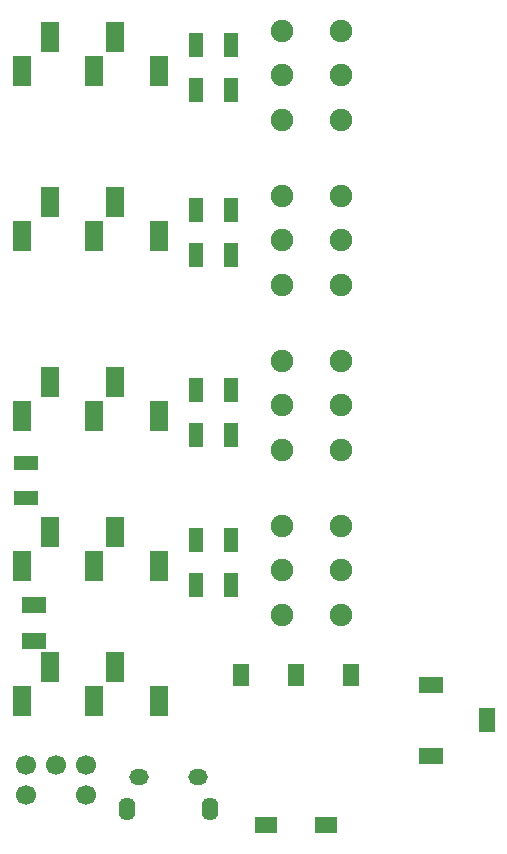
<source format=gbr>
G04 #@! TF.FileFunction,Soldermask,Top*
%FSLAX46Y46*%
G04 Gerber Fmt 4.6, Leading zero omitted, Abs format (unit mm)*
G04 Created by KiCad (PCBNEW 4.0.1-stable) date Tuesday, February 09, 2016 'PMt' 03:50:34 PM*
%MOMM*%
G01*
G04 APERTURE LIST*
%ADD10C,0.100000*%
%ADD11R,1.600000X2.600000*%
%ADD12R,2.000000X1.400000*%
%ADD13R,1.400000X2.000000*%
%ADD14O,1.650000X1.350000*%
%ADD15O,1.400000X1.950000*%
%ADD16R,1.300000X2.100000*%
%ADD17R,2.100000X1.300000*%
%ADD18C,1.900000*%
%ADD19C,1.700000*%
%ADD20R,1.400000X1.900000*%
%ADD21R,1.900000X1.400000*%
G04 APERTURE END LIST*
D10*
D11*
X52955000Y-107580000D03*
X55355000Y-104680000D03*
X60855000Y-104680000D03*
X64555000Y-107580000D03*
X59055000Y-107580000D03*
X52955000Y-83450000D03*
X55355000Y-80550000D03*
X60855000Y-80550000D03*
X64555000Y-83450000D03*
X59055000Y-83450000D03*
D12*
X53975000Y-99465000D03*
X53975000Y-102465000D03*
X87630000Y-112220000D03*
D13*
X92330000Y-109220000D03*
D12*
X87630000Y-106220000D03*
D11*
X52955000Y-54240000D03*
X55355000Y-51340000D03*
X60855000Y-51340000D03*
X64555000Y-54240000D03*
X59055000Y-54240000D03*
X52955000Y-68210000D03*
X55355000Y-65310000D03*
X60855000Y-65310000D03*
X64555000Y-68210000D03*
X59055000Y-68210000D03*
X52955000Y-96150000D03*
X55355000Y-93250000D03*
X60855000Y-93250000D03*
X64555000Y-96150000D03*
X59055000Y-96150000D03*
D14*
X67905900Y-114007460D03*
X62905900Y-114007460D03*
D15*
X68905900Y-116707460D03*
X61905900Y-116707460D03*
D16*
X70665000Y-66040000D03*
X67765000Y-66040000D03*
X70665000Y-52070000D03*
X67765000Y-52070000D03*
X70665000Y-69850000D03*
X67765000Y-69850000D03*
X70665000Y-85090000D03*
X67765000Y-85090000D03*
X70665000Y-81280000D03*
X67765000Y-81280000D03*
X70665000Y-97790000D03*
X67765000Y-97790000D03*
X70665000Y-93980000D03*
X67765000Y-93980000D03*
X70665000Y-55880000D03*
X67765000Y-55880000D03*
D17*
X53340000Y-87450000D03*
X53340000Y-90350000D03*
D18*
X80010000Y-54610000D03*
X80010000Y-50860000D03*
X80010000Y-58360000D03*
X75010000Y-50860000D03*
X75010000Y-54610000D03*
X75010000Y-58360000D03*
X80010000Y-68580000D03*
X80010000Y-64830000D03*
X80010000Y-72330000D03*
X75010000Y-64830000D03*
X75010000Y-68580000D03*
X75010000Y-72330000D03*
X80010000Y-82550000D03*
X80010000Y-78800000D03*
X80010000Y-86300000D03*
X75010000Y-78800000D03*
X75010000Y-82550000D03*
X75010000Y-86300000D03*
X80010000Y-96520000D03*
X80010000Y-92770000D03*
X80010000Y-100270000D03*
X75010000Y-92770000D03*
X75010000Y-96520000D03*
X75010000Y-100270000D03*
D19*
X58420000Y-113030000D03*
X55880000Y-113030000D03*
X53340000Y-113030000D03*
X53340000Y-115570000D03*
X58420000Y-115570000D03*
D20*
X80890000Y-105410000D03*
X76200000Y-105410000D03*
X71510000Y-105410000D03*
D21*
X78740000Y-118110000D03*
X73660000Y-118110000D03*
M02*

</source>
